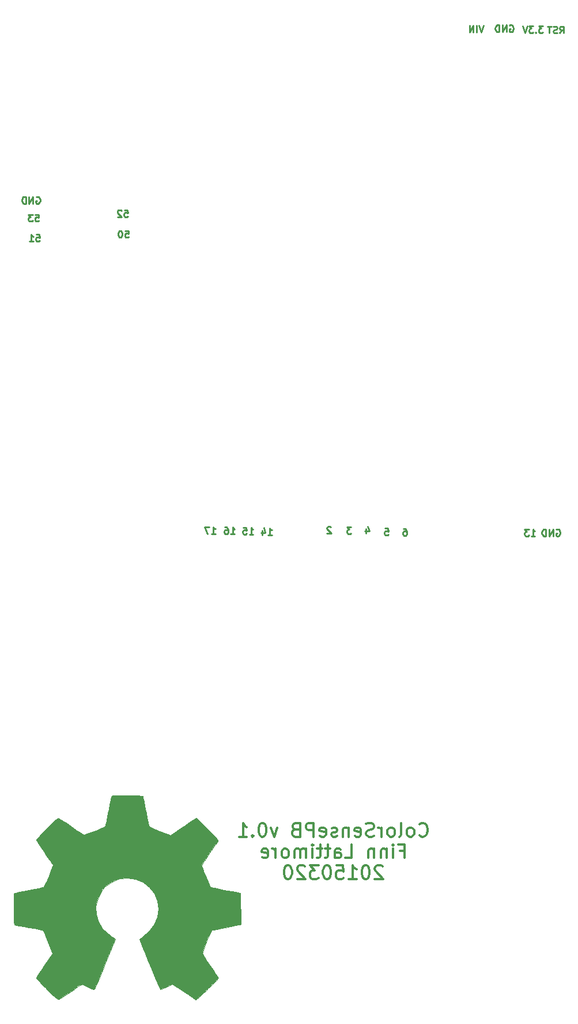
<source format=gbo>
G04 #@! TF.FileFunction,Legend,Bot*
%FSLAX46Y46*%
G04 Gerber Fmt 4.6, Leading zero omitted, Abs format (unit mm)*
G04 Created by KiCad (PCBNEW 0.201502231246+5447~21~ubuntu14.04.1-product) date Sat 28 Mar 2015 12:02:36 AEDT*
%MOMM*%
G01*
G04 APERTURE LIST*
%ADD10C,0.100000*%
%ADD11C,0.300000*%
%ADD12C,0.250000*%
%ADD13C,0.002540*%
%ADD14C,5.000000*%
%ADD15O,1.524000X1.524000*%
%ADD16C,1.524000*%
%ADD17C,1.520000*%
%ADD18C,1.998980*%
%ADD19O,1.524000X2.540000*%
%ADD20C,3.175000*%
%ADD21O,1.168400X1.168400*%
%ADD22O,1.879600X1.879600*%
%ADD23O,1.800000X1.800000*%
%ADD24C,1.000000*%
G04 APERTURE END LIST*
D10*
D11*
X180259048Y-101652686D02*
X180354286Y-101747924D01*
X180640001Y-101843162D01*
X180830477Y-101843162D01*
X181116191Y-101747924D01*
X181306667Y-101557448D01*
X181401906Y-101366971D01*
X181497144Y-100986019D01*
X181497144Y-100700305D01*
X181401906Y-100319352D01*
X181306667Y-100128876D01*
X181116191Y-99938400D01*
X180830477Y-99843162D01*
X180640001Y-99843162D01*
X180354286Y-99938400D01*
X180259048Y-100033638D01*
X179116191Y-101843162D02*
X179306667Y-101747924D01*
X179401906Y-101652686D01*
X179497144Y-101462210D01*
X179497144Y-100890781D01*
X179401906Y-100700305D01*
X179306667Y-100605067D01*
X179116191Y-100509829D01*
X178830477Y-100509829D01*
X178640001Y-100605067D01*
X178544763Y-100700305D01*
X178449525Y-100890781D01*
X178449525Y-101462210D01*
X178544763Y-101652686D01*
X178640001Y-101747924D01*
X178830477Y-101843162D01*
X179116191Y-101843162D01*
X177306667Y-101843162D02*
X177497143Y-101747924D01*
X177592382Y-101557448D01*
X177592382Y-99843162D01*
X176259048Y-101843162D02*
X176449524Y-101747924D01*
X176544763Y-101652686D01*
X176640001Y-101462210D01*
X176640001Y-100890781D01*
X176544763Y-100700305D01*
X176449524Y-100605067D01*
X176259048Y-100509829D01*
X175973334Y-100509829D01*
X175782858Y-100605067D01*
X175687620Y-100700305D01*
X175592382Y-100890781D01*
X175592382Y-101462210D01*
X175687620Y-101652686D01*
X175782858Y-101747924D01*
X175973334Y-101843162D01*
X176259048Y-101843162D01*
X174735239Y-101843162D02*
X174735239Y-100509829D01*
X174735239Y-100890781D02*
X174640000Y-100700305D01*
X174544762Y-100605067D01*
X174354286Y-100509829D01*
X174163810Y-100509829D01*
X173592382Y-101747924D02*
X173306667Y-101843162D01*
X172830477Y-101843162D01*
X172640001Y-101747924D01*
X172544763Y-101652686D01*
X172449524Y-101462210D01*
X172449524Y-101271733D01*
X172544763Y-101081257D01*
X172640001Y-100986019D01*
X172830477Y-100890781D01*
X173211429Y-100795543D01*
X173401905Y-100700305D01*
X173497144Y-100605067D01*
X173592382Y-100414590D01*
X173592382Y-100224114D01*
X173497144Y-100033638D01*
X173401905Y-99938400D01*
X173211429Y-99843162D01*
X172735239Y-99843162D01*
X172449524Y-99938400D01*
X170830477Y-101747924D02*
X171020953Y-101843162D01*
X171401905Y-101843162D01*
X171592382Y-101747924D01*
X171687620Y-101557448D01*
X171687620Y-100795543D01*
X171592382Y-100605067D01*
X171401905Y-100509829D01*
X171020953Y-100509829D01*
X170830477Y-100605067D01*
X170735239Y-100795543D01*
X170735239Y-100986019D01*
X171687620Y-101176495D01*
X169878096Y-100509829D02*
X169878096Y-101843162D01*
X169878096Y-100700305D02*
X169782857Y-100605067D01*
X169592381Y-100509829D01*
X169306667Y-100509829D01*
X169116191Y-100605067D01*
X169020953Y-100795543D01*
X169020953Y-101843162D01*
X168163810Y-101747924D02*
X167973333Y-101843162D01*
X167592381Y-101843162D01*
X167401905Y-101747924D01*
X167306667Y-101557448D01*
X167306667Y-101462210D01*
X167401905Y-101271733D01*
X167592381Y-101176495D01*
X167878095Y-101176495D01*
X168068572Y-101081257D01*
X168163810Y-100890781D01*
X168163810Y-100795543D01*
X168068572Y-100605067D01*
X167878095Y-100509829D01*
X167592381Y-100509829D01*
X167401905Y-100605067D01*
X165687619Y-101747924D02*
X165878095Y-101843162D01*
X166259047Y-101843162D01*
X166449524Y-101747924D01*
X166544762Y-101557448D01*
X166544762Y-100795543D01*
X166449524Y-100605067D01*
X166259047Y-100509829D01*
X165878095Y-100509829D01*
X165687619Y-100605067D01*
X165592381Y-100795543D01*
X165592381Y-100986019D01*
X166544762Y-101176495D01*
X164735238Y-101843162D02*
X164735238Y-99843162D01*
X163973333Y-99843162D01*
X163782857Y-99938400D01*
X163687618Y-100033638D01*
X163592380Y-100224114D01*
X163592380Y-100509829D01*
X163687618Y-100700305D01*
X163782857Y-100795543D01*
X163973333Y-100890781D01*
X164735238Y-100890781D01*
X162068571Y-100795543D02*
X161782857Y-100890781D01*
X161687618Y-100986019D01*
X161592380Y-101176495D01*
X161592380Y-101462210D01*
X161687618Y-101652686D01*
X161782857Y-101747924D01*
X161973333Y-101843162D01*
X162735238Y-101843162D01*
X162735238Y-99843162D01*
X162068571Y-99843162D01*
X161878095Y-99938400D01*
X161782857Y-100033638D01*
X161687618Y-100224114D01*
X161687618Y-100414590D01*
X161782857Y-100605067D01*
X161878095Y-100700305D01*
X162068571Y-100795543D01*
X162735238Y-100795543D01*
X159401904Y-100509829D02*
X158925713Y-101843162D01*
X158449523Y-100509829D01*
X157306665Y-99843162D02*
X157116189Y-99843162D01*
X156925713Y-99938400D01*
X156830475Y-100033638D01*
X156735237Y-100224114D01*
X156639998Y-100605067D01*
X156639998Y-101081257D01*
X156735237Y-101462210D01*
X156830475Y-101652686D01*
X156925713Y-101747924D01*
X157116189Y-101843162D01*
X157306665Y-101843162D01*
X157497141Y-101747924D01*
X157592379Y-101652686D01*
X157687618Y-101462210D01*
X157782856Y-101081257D01*
X157782856Y-100605067D01*
X157687618Y-100224114D01*
X157592379Y-100033638D01*
X157497141Y-99938400D01*
X157306665Y-99843162D01*
X155782856Y-101652686D02*
X155687617Y-101747924D01*
X155782856Y-101843162D01*
X155878094Y-101747924D01*
X155782856Y-101652686D01*
X155782856Y-101843162D01*
X153782855Y-101843162D02*
X154925713Y-101843162D01*
X154354284Y-101843162D02*
X154354284Y-99843162D01*
X154544760Y-100128876D01*
X154735236Y-100319352D01*
X154925713Y-100414590D01*
X177449525Y-103895543D02*
X178116192Y-103895543D01*
X178116192Y-104943162D02*
X178116192Y-102943162D01*
X177163811Y-102943162D01*
X176401906Y-104943162D02*
X176401906Y-103609829D01*
X176401906Y-102943162D02*
X176497144Y-103038400D01*
X176401906Y-103133638D01*
X176306667Y-103038400D01*
X176401906Y-102943162D01*
X176401906Y-103133638D01*
X175449525Y-103609829D02*
X175449525Y-104943162D01*
X175449525Y-103800305D02*
X175354286Y-103705067D01*
X175163810Y-103609829D01*
X174878096Y-103609829D01*
X174687620Y-103705067D01*
X174592382Y-103895543D01*
X174592382Y-104943162D01*
X173640001Y-103609829D02*
X173640001Y-104943162D01*
X173640001Y-103800305D02*
X173544762Y-103705067D01*
X173354286Y-103609829D01*
X173068572Y-103609829D01*
X172878096Y-103705067D01*
X172782858Y-103895543D01*
X172782858Y-104943162D01*
X169354286Y-104943162D02*
X170306667Y-104943162D01*
X170306667Y-102943162D01*
X167830476Y-104943162D02*
X167830476Y-103895543D01*
X167925714Y-103705067D01*
X168116190Y-103609829D01*
X168497142Y-103609829D01*
X168687619Y-103705067D01*
X167830476Y-104847924D02*
X168020952Y-104943162D01*
X168497142Y-104943162D01*
X168687619Y-104847924D01*
X168782857Y-104657448D01*
X168782857Y-104466971D01*
X168687619Y-104276495D01*
X168497142Y-104181257D01*
X168020952Y-104181257D01*
X167830476Y-104086019D01*
X167163809Y-103609829D02*
X166401904Y-103609829D01*
X166878095Y-102943162D02*
X166878095Y-104657448D01*
X166782856Y-104847924D01*
X166592380Y-104943162D01*
X166401904Y-104943162D01*
X166020952Y-103609829D02*
X165259047Y-103609829D01*
X165735238Y-102943162D02*
X165735238Y-104657448D01*
X165639999Y-104847924D01*
X165449523Y-104943162D01*
X165259047Y-104943162D01*
X164592381Y-104943162D02*
X164592381Y-103609829D01*
X164592381Y-102943162D02*
X164687619Y-103038400D01*
X164592381Y-103133638D01*
X164497142Y-103038400D01*
X164592381Y-102943162D01*
X164592381Y-103133638D01*
X163640000Y-104943162D02*
X163640000Y-103609829D01*
X163640000Y-103800305D02*
X163544761Y-103705067D01*
X163354285Y-103609829D01*
X163068571Y-103609829D01*
X162878095Y-103705067D01*
X162782857Y-103895543D01*
X162782857Y-104943162D01*
X162782857Y-103895543D02*
X162687619Y-103705067D01*
X162497142Y-103609829D01*
X162211428Y-103609829D01*
X162020952Y-103705067D01*
X161925714Y-103895543D01*
X161925714Y-104943162D01*
X160687618Y-104943162D02*
X160878094Y-104847924D01*
X160973333Y-104752686D01*
X161068571Y-104562210D01*
X161068571Y-103990781D01*
X160973333Y-103800305D01*
X160878094Y-103705067D01*
X160687618Y-103609829D01*
X160401904Y-103609829D01*
X160211428Y-103705067D01*
X160116190Y-103800305D01*
X160020952Y-103990781D01*
X160020952Y-104562210D01*
X160116190Y-104752686D01*
X160211428Y-104847924D01*
X160401904Y-104943162D01*
X160687618Y-104943162D01*
X159163809Y-104943162D02*
X159163809Y-103609829D01*
X159163809Y-103990781D02*
X159068570Y-103800305D01*
X158973332Y-103705067D01*
X158782856Y-103609829D01*
X158592380Y-103609829D01*
X157163809Y-104847924D02*
X157354285Y-104943162D01*
X157735237Y-104943162D01*
X157925714Y-104847924D01*
X158020952Y-104657448D01*
X158020952Y-103895543D01*
X157925714Y-103705067D01*
X157735237Y-103609829D01*
X157354285Y-103609829D01*
X157163809Y-103705067D01*
X157068571Y-103895543D01*
X157068571Y-104086019D01*
X158020952Y-104276495D01*
X174878096Y-106233638D02*
X174782858Y-106138400D01*
X174592381Y-106043162D01*
X174116191Y-106043162D01*
X173925715Y-106138400D01*
X173830477Y-106233638D01*
X173735238Y-106424114D01*
X173735238Y-106614590D01*
X173830477Y-106900305D01*
X174973334Y-108043162D01*
X173735238Y-108043162D01*
X172497143Y-106043162D02*
X172306667Y-106043162D01*
X172116191Y-106138400D01*
X172020953Y-106233638D01*
X171925715Y-106424114D01*
X171830476Y-106805067D01*
X171830476Y-107281257D01*
X171925715Y-107662210D01*
X172020953Y-107852686D01*
X172116191Y-107947924D01*
X172306667Y-108043162D01*
X172497143Y-108043162D01*
X172687619Y-107947924D01*
X172782857Y-107852686D01*
X172878096Y-107662210D01*
X172973334Y-107281257D01*
X172973334Y-106805067D01*
X172878096Y-106424114D01*
X172782857Y-106233638D01*
X172687619Y-106138400D01*
X172497143Y-106043162D01*
X169925714Y-108043162D02*
X171068572Y-108043162D01*
X170497143Y-108043162D02*
X170497143Y-106043162D01*
X170687619Y-106328876D01*
X170878095Y-106519352D01*
X171068572Y-106614590D01*
X168116191Y-106043162D02*
X169068572Y-106043162D01*
X169163810Y-106995543D01*
X169068572Y-106900305D01*
X168878095Y-106805067D01*
X168401905Y-106805067D01*
X168211429Y-106900305D01*
X168116191Y-106995543D01*
X168020952Y-107186019D01*
X168020952Y-107662210D01*
X168116191Y-107852686D01*
X168211429Y-107947924D01*
X168401905Y-108043162D01*
X168878095Y-108043162D01*
X169068572Y-107947924D01*
X169163810Y-107852686D01*
X166782857Y-106043162D02*
X166592381Y-106043162D01*
X166401905Y-106138400D01*
X166306667Y-106233638D01*
X166211429Y-106424114D01*
X166116190Y-106805067D01*
X166116190Y-107281257D01*
X166211429Y-107662210D01*
X166306667Y-107852686D01*
X166401905Y-107947924D01*
X166592381Y-108043162D01*
X166782857Y-108043162D01*
X166973333Y-107947924D01*
X167068571Y-107852686D01*
X167163810Y-107662210D01*
X167259048Y-107281257D01*
X167259048Y-106805067D01*
X167163810Y-106424114D01*
X167068571Y-106233638D01*
X166973333Y-106138400D01*
X166782857Y-106043162D01*
X165449524Y-106043162D02*
X164211428Y-106043162D01*
X164878095Y-106805067D01*
X164592381Y-106805067D01*
X164401905Y-106900305D01*
X164306667Y-106995543D01*
X164211428Y-107186019D01*
X164211428Y-107662210D01*
X164306667Y-107852686D01*
X164401905Y-107947924D01*
X164592381Y-108043162D01*
X165163809Y-108043162D01*
X165354286Y-107947924D01*
X165449524Y-107852686D01*
X163449524Y-106233638D02*
X163354286Y-106138400D01*
X163163809Y-106043162D01*
X162687619Y-106043162D01*
X162497143Y-106138400D01*
X162401905Y-106233638D01*
X162306666Y-106424114D01*
X162306666Y-106614590D01*
X162401905Y-106900305D01*
X163544762Y-108043162D01*
X162306666Y-108043162D01*
X161068571Y-106043162D02*
X160878095Y-106043162D01*
X160687619Y-106138400D01*
X160592381Y-106233638D01*
X160497143Y-106424114D01*
X160401904Y-106805067D01*
X160401904Y-107281257D01*
X160497143Y-107662210D01*
X160592381Y-107852686D01*
X160687619Y-107947924D01*
X160878095Y-108043162D01*
X161068571Y-108043162D01*
X161259047Y-107947924D01*
X161354285Y-107852686D01*
X161449524Y-107662210D01*
X161544762Y-107281257D01*
X161544762Y-106805067D01*
X161449524Y-106424114D01*
X161354285Y-106233638D01*
X161259047Y-106138400D01*
X161068571Y-106043162D01*
D12*
X123977304Y-8009000D02*
X124072542Y-7961381D01*
X124215399Y-7961381D01*
X124358257Y-8009000D01*
X124453495Y-8104238D01*
X124501114Y-8199476D01*
X124548733Y-8389952D01*
X124548733Y-8532810D01*
X124501114Y-8723286D01*
X124453495Y-8818524D01*
X124358257Y-8913762D01*
X124215399Y-8961381D01*
X124120161Y-8961381D01*
X123977304Y-8913762D01*
X123929685Y-8866143D01*
X123929685Y-8532810D01*
X124120161Y-8532810D01*
X123501114Y-8961381D02*
X123501114Y-7961381D01*
X122929685Y-8961381D01*
X122929685Y-7961381D01*
X122453495Y-8961381D02*
X122453495Y-7961381D01*
X122215400Y-7961381D01*
X122072542Y-8009000D01*
X121977304Y-8104238D01*
X121929685Y-8199476D01*
X121882066Y-8389952D01*
X121882066Y-8532810D01*
X121929685Y-8723286D01*
X121977304Y-8818524D01*
X122072542Y-8913762D01*
X122215400Y-8961381D01*
X122453495Y-8961381D01*
X123834495Y-10577581D02*
X124310686Y-10577581D01*
X124358305Y-11053771D01*
X124310686Y-11006152D01*
X124215448Y-10958533D01*
X123977352Y-10958533D01*
X123882114Y-11006152D01*
X123834495Y-11053771D01*
X123786876Y-11149010D01*
X123786876Y-11387105D01*
X123834495Y-11482343D01*
X123882114Y-11529962D01*
X123977352Y-11577581D01*
X124215448Y-11577581D01*
X124310686Y-11529962D01*
X124358305Y-11482343D01*
X123453543Y-10577581D02*
X122834495Y-10577581D01*
X123167829Y-10958533D01*
X123024971Y-10958533D01*
X122929733Y-11006152D01*
X122882114Y-11053771D01*
X122834495Y-11149010D01*
X122834495Y-11387105D01*
X122882114Y-11482343D01*
X122929733Y-11529962D01*
X123024971Y-11577581D01*
X123310686Y-11577581D01*
X123405924Y-11529962D01*
X123453543Y-11482343D01*
X123961495Y-13498581D02*
X124437686Y-13498581D01*
X124485305Y-13974771D01*
X124437686Y-13927152D01*
X124342448Y-13879533D01*
X124104352Y-13879533D01*
X124009114Y-13927152D01*
X123961495Y-13974771D01*
X123913876Y-14070010D01*
X123913876Y-14308105D01*
X123961495Y-14403343D01*
X124009114Y-14450962D01*
X124104352Y-14498581D01*
X124342448Y-14498581D01*
X124437686Y-14450962D01*
X124485305Y-14403343D01*
X122961495Y-14498581D02*
X123532924Y-14498581D01*
X123247210Y-14498581D02*
X123247210Y-13498581D01*
X123342448Y-13641438D01*
X123437686Y-13736676D01*
X123532924Y-13784295D01*
X136915495Y-9917181D02*
X137391686Y-9917181D01*
X137439305Y-10393371D01*
X137391686Y-10345752D01*
X137296448Y-10298133D01*
X137058352Y-10298133D01*
X136963114Y-10345752D01*
X136915495Y-10393371D01*
X136867876Y-10488610D01*
X136867876Y-10726705D01*
X136915495Y-10821943D01*
X136963114Y-10869562D01*
X137058352Y-10917181D01*
X137296448Y-10917181D01*
X137391686Y-10869562D01*
X137439305Y-10821943D01*
X136486924Y-10012419D02*
X136439305Y-9964800D01*
X136344067Y-9917181D01*
X136105971Y-9917181D01*
X136010733Y-9964800D01*
X135963114Y-10012419D01*
X135915495Y-10107657D01*
X135915495Y-10202895D01*
X135963114Y-10345752D01*
X136534543Y-10917181D01*
X135915495Y-10917181D01*
X137042495Y-12939781D02*
X137518686Y-12939781D01*
X137566305Y-13415971D01*
X137518686Y-13368352D01*
X137423448Y-13320733D01*
X137185352Y-13320733D01*
X137090114Y-13368352D01*
X137042495Y-13415971D01*
X136994876Y-13511210D01*
X136994876Y-13749305D01*
X137042495Y-13844543D01*
X137090114Y-13892162D01*
X137185352Y-13939781D01*
X137423448Y-13939781D01*
X137518686Y-13892162D01*
X137566305Y-13844543D01*
X136375829Y-12939781D02*
X136280590Y-12939781D01*
X136185352Y-12987400D01*
X136137733Y-13035019D01*
X136090114Y-13130257D01*
X136042495Y-13320733D01*
X136042495Y-13558829D01*
X136090114Y-13749305D01*
X136137733Y-13844543D01*
X136185352Y-13892162D01*
X136280590Y-13939781D01*
X136375829Y-13939781D01*
X136471067Y-13892162D01*
X136518686Y-13844543D01*
X136566305Y-13749305D01*
X136613924Y-13558829D01*
X136613924Y-13320733D01*
X136566305Y-13130257D01*
X136518686Y-13035019D01*
X136471067Y-12987400D01*
X136375829Y-12939781D01*
X200902819Y16032219D02*
X201236153Y16508410D01*
X201474248Y16032219D02*
X201474248Y17032219D01*
X201093295Y17032219D01*
X200998057Y16984600D01*
X200950438Y16936981D01*
X200902819Y16841743D01*
X200902819Y16698886D01*
X200950438Y16603648D01*
X200998057Y16556029D01*
X201093295Y16508410D01*
X201474248Y16508410D01*
X200521867Y16079838D02*
X200379010Y16032219D01*
X200140914Y16032219D01*
X200045676Y16079838D01*
X199998057Y16127457D01*
X199950438Y16222695D01*
X199950438Y16317933D01*
X199998057Y16413171D01*
X200045676Y16460790D01*
X200140914Y16508410D01*
X200331391Y16556029D01*
X200426629Y16603648D01*
X200474248Y16651267D01*
X200521867Y16746505D01*
X200521867Y16841743D01*
X200474248Y16936981D01*
X200426629Y16984600D01*
X200331391Y17032219D01*
X200093295Y17032219D01*
X199950438Y16984600D01*
X199664724Y17032219D02*
X199093295Y17032219D01*
X199379010Y16032219D02*
X199379010Y17032219D01*
X198427790Y17083019D02*
X197808742Y17083019D01*
X198142076Y16702067D01*
X197999218Y16702067D01*
X197903980Y16654448D01*
X197856361Y16606829D01*
X197808742Y16511590D01*
X197808742Y16273495D01*
X197856361Y16178257D01*
X197903980Y16130638D01*
X197999218Y16083019D01*
X198284933Y16083019D01*
X198380171Y16130638D01*
X198427790Y16178257D01*
X197380171Y16178257D02*
X197332552Y16130638D01*
X197380171Y16083019D01*
X197427790Y16130638D01*
X197380171Y16178257D01*
X197380171Y16083019D01*
X196999219Y17083019D02*
X196380171Y17083019D01*
X196713505Y16702067D01*
X196570647Y16702067D01*
X196475409Y16654448D01*
X196427790Y16606829D01*
X196380171Y16511590D01*
X196380171Y16273495D01*
X196427790Y16178257D01*
X196475409Y16130638D01*
X196570647Y16083019D01*
X196856362Y16083019D01*
X196951600Y16130638D01*
X196999219Y16178257D01*
X196094457Y17083019D02*
X195761124Y16083019D01*
X195427790Y17083019D01*
X193522504Y17162400D02*
X193617742Y17210019D01*
X193760599Y17210019D01*
X193903457Y17162400D01*
X193998695Y17067162D01*
X194046314Y16971924D01*
X194093933Y16781448D01*
X194093933Y16638590D01*
X194046314Y16448114D01*
X193998695Y16352876D01*
X193903457Y16257638D01*
X193760599Y16210019D01*
X193665361Y16210019D01*
X193522504Y16257638D01*
X193474885Y16305257D01*
X193474885Y16638590D01*
X193665361Y16638590D01*
X193046314Y16210019D02*
X193046314Y17210019D01*
X192474885Y16210019D01*
X192474885Y17210019D01*
X191998695Y16210019D02*
X191998695Y17210019D01*
X191760600Y17210019D01*
X191617742Y17162400D01*
X191522504Y17067162D01*
X191474885Y16971924D01*
X191427266Y16781448D01*
X191427266Y16638590D01*
X191474885Y16448114D01*
X191522504Y16352876D01*
X191617742Y16257638D01*
X191760600Y16210019D01*
X191998695Y16210019D01*
X189690238Y17133819D02*
X189356905Y16133819D01*
X189023571Y17133819D01*
X188690238Y16133819D02*
X188690238Y17133819D01*
X188214048Y16133819D02*
X188214048Y17133819D01*
X187642619Y16133819D01*
X187642619Y17133819D01*
X200380504Y-56777000D02*
X200475742Y-56729381D01*
X200618599Y-56729381D01*
X200761457Y-56777000D01*
X200856695Y-56872238D01*
X200904314Y-56967476D01*
X200951933Y-57157952D01*
X200951933Y-57300810D01*
X200904314Y-57491286D01*
X200856695Y-57586524D01*
X200761457Y-57681762D01*
X200618599Y-57729381D01*
X200523361Y-57729381D01*
X200380504Y-57681762D01*
X200332885Y-57634143D01*
X200332885Y-57300810D01*
X200523361Y-57300810D01*
X199904314Y-57729381D02*
X199904314Y-56729381D01*
X199332885Y-57729381D01*
X199332885Y-56729381D01*
X198856695Y-57729381D02*
X198856695Y-56729381D01*
X198618600Y-56729381D01*
X198475742Y-56777000D01*
X198380504Y-56872238D01*
X198332885Y-56967476D01*
X198285266Y-57157952D01*
X198285266Y-57300810D01*
X198332885Y-57491286D01*
X198380504Y-57586524D01*
X198475742Y-57681762D01*
X198618600Y-57729381D01*
X198856695Y-57729381D01*
X196684876Y-57729381D02*
X197256305Y-57729381D01*
X196970591Y-57729381D02*
X196970591Y-56729381D01*
X197065829Y-56872238D01*
X197161067Y-56967476D01*
X197256305Y-57015095D01*
X196351543Y-56729381D02*
X195732495Y-56729381D01*
X196065829Y-57110333D01*
X195922971Y-57110333D01*
X195827733Y-57157952D01*
X195780114Y-57205571D01*
X195732495Y-57300810D01*
X195732495Y-57538905D01*
X195780114Y-57634143D01*
X195827733Y-57681762D01*
X195922971Y-57729381D01*
X196208686Y-57729381D01*
X196303924Y-57681762D01*
X196351543Y-57634143D01*
X177939723Y-56653181D02*
X178130200Y-56653181D01*
X178225438Y-56700800D01*
X178273057Y-56748419D01*
X178368295Y-56891276D01*
X178415914Y-57081752D01*
X178415914Y-57462705D01*
X178368295Y-57557943D01*
X178320676Y-57605562D01*
X178225438Y-57653181D01*
X178034961Y-57653181D01*
X177939723Y-57605562D01*
X177892104Y-57557943D01*
X177844485Y-57462705D01*
X177844485Y-57224610D01*
X177892104Y-57129371D01*
X177939723Y-57081752D01*
X178034961Y-57034133D01*
X178225438Y-57034133D01*
X178320676Y-57081752D01*
X178368295Y-57129371D01*
X178415914Y-57224610D01*
X175199704Y-56602381D02*
X175675895Y-56602381D01*
X175723514Y-57078571D01*
X175675895Y-57030952D01*
X175580657Y-56983333D01*
X175342561Y-56983333D01*
X175247323Y-57030952D01*
X175199704Y-57078571D01*
X175152085Y-57173810D01*
X175152085Y-57411905D01*
X175199704Y-57507143D01*
X175247323Y-57554762D01*
X175342561Y-57602381D01*
X175580657Y-57602381D01*
X175675895Y-57554762D01*
X175723514Y-57507143D01*
X172427923Y-56681714D02*
X172427923Y-57348381D01*
X172666019Y-56300762D02*
X172904114Y-57015048D01*
X172285066Y-57015048D01*
X170259333Y-56399181D02*
X169640285Y-56399181D01*
X169973619Y-56780133D01*
X169830761Y-56780133D01*
X169735523Y-56827752D01*
X169687904Y-56875371D01*
X169640285Y-56970610D01*
X169640285Y-57208705D01*
X169687904Y-57303943D01*
X169735523Y-57351562D01*
X169830761Y-57399181D01*
X170116476Y-57399181D01*
X170211714Y-57351562D01*
X170259333Y-57303943D01*
X167265314Y-56443619D02*
X167217695Y-56396000D01*
X167122457Y-56348381D01*
X166884361Y-56348381D01*
X166789123Y-56396000D01*
X166741504Y-56443619D01*
X166693885Y-56538857D01*
X166693885Y-56634095D01*
X166741504Y-56776952D01*
X167312933Y-57348381D01*
X166693885Y-57348381D01*
X158026076Y-57576981D02*
X158597505Y-57576981D01*
X158311791Y-57576981D02*
X158311791Y-56576981D01*
X158407029Y-56719838D01*
X158502267Y-56815076D01*
X158597505Y-56862695D01*
X157168933Y-56910314D02*
X157168933Y-57576981D01*
X157407029Y-56529362D02*
X157645124Y-57243648D01*
X157026076Y-57243648D01*
X152565076Y-57424581D02*
X153136505Y-57424581D01*
X152850791Y-57424581D02*
X152850791Y-56424581D01*
X152946029Y-56567438D01*
X153041267Y-56662676D01*
X153136505Y-56710295D01*
X151707933Y-56424581D02*
X151898410Y-56424581D01*
X151993648Y-56472200D01*
X152041267Y-56519819D01*
X152136505Y-56662676D01*
X152184124Y-56853152D01*
X152184124Y-57234105D01*
X152136505Y-57329343D01*
X152088886Y-57376962D01*
X151993648Y-57424581D01*
X151803171Y-57424581D01*
X151707933Y-57376962D01*
X151660314Y-57329343D01*
X151612695Y-57234105D01*
X151612695Y-56996010D01*
X151660314Y-56900771D01*
X151707933Y-56853152D01*
X151803171Y-56805533D01*
X151993648Y-56805533D01*
X152088886Y-56853152D01*
X152136505Y-56900771D01*
X152184124Y-56996010D01*
X155282876Y-57475381D02*
X155854305Y-57475381D01*
X155568591Y-57475381D02*
X155568591Y-56475381D01*
X155663829Y-56618238D01*
X155759067Y-56713476D01*
X155854305Y-56761095D01*
X154378114Y-56475381D02*
X154854305Y-56475381D01*
X154901924Y-56951571D01*
X154854305Y-56903952D01*
X154759067Y-56856333D01*
X154520971Y-56856333D01*
X154425733Y-56903952D01*
X154378114Y-56951571D01*
X154330495Y-57046810D01*
X154330495Y-57284905D01*
X154378114Y-57380143D01*
X154425733Y-57427762D01*
X154520971Y-57475381D01*
X154759067Y-57475381D01*
X154854305Y-57427762D01*
X154901924Y-57380143D01*
X149720276Y-57399181D02*
X150291705Y-57399181D01*
X150005991Y-57399181D02*
X150005991Y-56399181D01*
X150101229Y-56542038D01*
X150196467Y-56637276D01*
X150291705Y-56684895D01*
X149386943Y-56399181D02*
X148720276Y-56399181D01*
X149148848Y-57399181D01*
D13*
G36*
X147477480Y-125730000D02*
X147302220Y-125638560D01*
X146911060Y-125392180D01*
X146354800Y-125028960D01*
X145696940Y-124587000D01*
X145036540Y-124139960D01*
X144492980Y-123776740D01*
X144111980Y-123532900D01*
X143954500Y-123444000D01*
X143868140Y-123474480D01*
X143553180Y-123626880D01*
X143098520Y-123863100D01*
X142834360Y-124000260D01*
X142415260Y-124180600D01*
X142209520Y-124218700D01*
X142173960Y-124160280D01*
X142021560Y-123840240D01*
X141780260Y-123294140D01*
X141465300Y-122570240D01*
X141104620Y-121724420D01*
X140718540Y-120810020D01*
X140329920Y-119880380D01*
X139961620Y-118991380D01*
X139636500Y-118193820D01*
X139374880Y-117543580D01*
X139202160Y-117094000D01*
X139138660Y-116898420D01*
X139158980Y-116857780D01*
X139367260Y-116654580D01*
X139733020Y-116380260D01*
X140520420Y-115740180D01*
X141300200Y-114767360D01*
X141775180Y-113662460D01*
X141932660Y-112435640D01*
X141798040Y-111297720D01*
X141351000Y-110195360D01*
X140589000Y-109212380D01*
X139664440Y-108480860D01*
X138582400Y-108018580D01*
X137368280Y-107868720D01*
X136197340Y-108000800D01*
X135079740Y-108440220D01*
X134096760Y-109189520D01*
X133682740Y-109669580D01*
X133108700Y-110665260D01*
X132783580Y-111739680D01*
X132748020Y-112014000D01*
X132796280Y-113182400D01*
X133141720Y-114305080D01*
X133761480Y-115310920D01*
X134620000Y-116133880D01*
X134726680Y-116210080D01*
X135125460Y-116507260D01*
X135392160Y-116713000D01*
X135600440Y-116883180D01*
X134109460Y-120474740D01*
X133870700Y-121046240D01*
X133461760Y-122026680D01*
X133101080Y-122872500D01*
X132814060Y-123545600D01*
X132615940Y-123995180D01*
X132527040Y-124175520D01*
X132516880Y-124185680D01*
X132387340Y-124208540D01*
X132110480Y-124109480D01*
X131612640Y-123865640D01*
X131279900Y-123695460D01*
X130898900Y-123512580D01*
X130726180Y-123444000D01*
X130583940Y-123522740D01*
X130215640Y-123761500D01*
X129682240Y-124117100D01*
X129039620Y-124553980D01*
X128430020Y-124968000D01*
X127866140Y-125341380D01*
X127454660Y-125603000D01*
X127259080Y-125709680D01*
X127226060Y-125709680D01*
X127048260Y-125610620D01*
X126728220Y-125341380D01*
X126238000Y-124879100D01*
X125544580Y-124195840D01*
X125440440Y-124091700D01*
X124871480Y-123512580D01*
X124409200Y-123027440D01*
X124099320Y-122682000D01*
X123987560Y-122524520D01*
X123987560Y-122521980D01*
X124089160Y-122328940D01*
X124348240Y-121920000D01*
X124721620Y-121351040D01*
X125176280Y-120683020D01*
X126365000Y-118955820D01*
X125712220Y-117325140D01*
X125511560Y-116827300D01*
X125257560Y-116220240D01*
X125067060Y-115788440D01*
X124970540Y-115600480D01*
X124792740Y-115536980D01*
X124345700Y-115430300D01*
X123700540Y-115295680D01*
X122928380Y-115150900D01*
X122194320Y-115016280D01*
X121528840Y-114891820D01*
X121048780Y-114797840D01*
X120832880Y-114754660D01*
X120782080Y-114724180D01*
X120738900Y-114620040D01*
X120710960Y-114393980D01*
X120693180Y-113990120D01*
X120685560Y-113355120D01*
X120685560Y-112435640D01*
X120685560Y-112336580D01*
X120693180Y-111457740D01*
X120708420Y-110759240D01*
X120733820Y-110294420D01*
X120764300Y-110114080D01*
X120766840Y-110111540D01*
X120972580Y-110060740D01*
X121442480Y-109961680D01*
X122105420Y-109832140D01*
X122897900Y-109682280D01*
X122946160Y-109672120D01*
X123736100Y-109519720D01*
X124396500Y-109382560D01*
X124858780Y-109275880D01*
X125054360Y-109214920D01*
X125095000Y-109159040D01*
X125255020Y-108851700D01*
X125481080Y-108361480D01*
X125742700Y-107764580D01*
X125999240Y-107144820D01*
X126222760Y-106588560D01*
X126372620Y-106172000D01*
X126418340Y-105984040D01*
X126415800Y-105978960D01*
X126296420Y-105788460D01*
X126024640Y-105382060D01*
X125641100Y-104813100D01*
X125181360Y-104142540D01*
X125145800Y-104091740D01*
X124693680Y-103423720D01*
X124325380Y-102862380D01*
X124079000Y-102458520D01*
X123987560Y-102278180D01*
X123990100Y-102265480D01*
X124139960Y-102067360D01*
X124480320Y-101688900D01*
X124965460Y-101180900D01*
X125549660Y-100591620D01*
X125735080Y-100408740D01*
X126382780Y-99776280D01*
X126834900Y-99362260D01*
X127114300Y-99141280D01*
X127248920Y-99093020D01*
X127254000Y-99095560D01*
X127454660Y-99217480D01*
X127873760Y-99491800D01*
X128447800Y-99877880D01*
X129123440Y-100337620D01*
X129171700Y-100370640D01*
X129837180Y-100822760D01*
X130393440Y-101198680D01*
X130787140Y-101460300D01*
X130959860Y-101564440D01*
X130990340Y-101564440D01*
X131262120Y-101485700D01*
X131734560Y-101318060D01*
X132318760Y-101092000D01*
X132935980Y-100845620D01*
X133494780Y-100609400D01*
X133916420Y-100416360D01*
X134114540Y-100304600D01*
X134119620Y-100294440D01*
X134190740Y-100055680D01*
X134305040Y-99557840D01*
X134447280Y-98869500D01*
X134602220Y-98054160D01*
X134627620Y-97922080D01*
X134777480Y-97127060D01*
X134904480Y-96471740D01*
X134998460Y-96017080D01*
X135044180Y-95831660D01*
X135155940Y-95803720D01*
X135547100Y-95775780D01*
X136138920Y-95760540D01*
X136855200Y-95752920D01*
X137619740Y-95758000D01*
X138356340Y-95773240D01*
X138986260Y-95796100D01*
X139435840Y-95826580D01*
X139623800Y-95864680D01*
X139631420Y-95874840D01*
X139700000Y-96121220D01*
X139809220Y-96621600D01*
X139951460Y-97312480D01*
X140106400Y-98130360D01*
X140134340Y-98275140D01*
X140284200Y-99067620D01*
X140416280Y-99717860D01*
X140512800Y-100164900D01*
X140563600Y-100340160D01*
X140634720Y-100378260D01*
X140962380Y-100520500D01*
X141493240Y-100741480D01*
X142151100Y-101008180D01*
X143680180Y-101625400D01*
X145549620Y-100342700D01*
X145722340Y-100225860D01*
X146395440Y-99768660D01*
X146949160Y-99400360D01*
X147335240Y-99151440D01*
X147492720Y-99060000D01*
X147505420Y-99067620D01*
X147693380Y-99230180D01*
X148064220Y-99578160D01*
X148569680Y-100070920D01*
X149161500Y-100657660D01*
X149595840Y-101094540D01*
X150111460Y-101620320D01*
X150439120Y-101973380D01*
X150616920Y-102199440D01*
X150680420Y-102336600D01*
X150665180Y-102428040D01*
X150543260Y-102618540D01*
X150268940Y-103030020D01*
X149882860Y-103598980D01*
X149428200Y-104261920D01*
X149054820Y-104813100D01*
X148645880Y-105443020D01*
X148381720Y-105892600D01*
X148290280Y-106111040D01*
X148313140Y-106202480D01*
X148442680Y-106568240D01*
X148666200Y-107121960D01*
X148948140Y-107782360D01*
X149598380Y-109263180D01*
X150571200Y-109451140D01*
X151157940Y-109562900D01*
X151980900Y-109720380D01*
X152770840Y-109872780D01*
X154000200Y-110111540D01*
X154043380Y-114640360D01*
X153852880Y-114721640D01*
X153672540Y-114769900D01*
X153215340Y-114871500D01*
X152565100Y-115001040D01*
X151798020Y-115145820D01*
X151142700Y-115267740D01*
X150484840Y-115392200D01*
X150012400Y-115483640D01*
X149801580Y-115529360D01*
X149748240Y-115600480D01*
X149583140Y-115920520D01*
X149352000Y-116425980D01*
X149087840Y-117035580D01*
X148823680Y-117670580D01*
X148592540Y-118252240D01*
X148429980Y-118696740D01*
X148369020Y-118927880D01*
X148460460Y-119100600D01*
X148706840Y-119489220D01*
X149072600Y-120040400D01*
X149519640Y-120695720D01*
X149966680Y-121351040D01*
X150345140Y-121909840D01*
X150609300Y-122313700D01*
X150718520Y-122496580D01*
X150665180Y-122621040D01*
X150401020Y-122938540D01*
X149908260Y-123451620D01*
X149174200Y-124178060D01*
X149054820Y-124294900D01*
X148468080Y-124856240D01*
X147975320Y-125310900D01*
X147629880Y-125618240D01*
X147477480Y-125730000D01*
X147477480Y-125730000D01*
G37*
X147477480Y-125730000D02*
X147302220Y-125638560D01*
X146911060Y-125392180D01*
X146354800Y-125028960D01*
X145696940Y-124587000D01*
X145036540Y-124139960D01*
X144492980Y-123776740D01*
X144111980Y-123532900D01*
X143954500Y-123444000D01*
X143868140Y-123474480D01*
X143553180Y-123626880D01*
X143098520Y-123863100D01*
X142834360Y-124000260D01*
X142415260Y-124180600D01*
X142209520Y-124218700D01*
X142173960Y-124160280D01*
X142021560Y-123840240D01*
X141780260Y-123294140D01*
X141465300Y-122570240D01*
X141104620Y-121724420D01*
X140718540Y-120810020D01*
X140329920Y-119880380D01*
X139961620Y-118991380D01*
X139636500Y-118193820D01*
X139374880Y-117543580D01*
X139202160Y-117094000D01*
X139138660Y-116898420D01*
X139158980Y-116857780D01*
X139367260Y-116654580D01*
X139733020Y-116380260D01*
X140520420Y-115740180D01*
X141300200Y-114767360D01*
X141775180Y-113662460D01*
X141932660Y-112435640D01*
X141798040Y-111297720D01*
X141351000Y-110195360D01*
X140589000Y-109212380D01*
X139664440Y-108480860D01*
X138582400Y-108018580D01*
X137368280Y-107868720D01*
X136197340Y-108000800D01*
X135079740Y-108440220D01*
X134096760Y-109189520D01*
X133682740Y-109669580D01*
X133108700Y-110665260D01*
X132783580Y-111739680D01*
X132748020Y-112014000D01*
X132796280Y-113182400D01*
X133141720Y-114305080D01*
X133761480Y-115310920D01*
X134620000Y-116133880D01*
X134726680Y-116210080D01*
X135125460Y-116507260D01*
X135392160Y-116713000D01*
X135600440Y-116883180D01*
X134109460Y-120474740D01*
X133870700Y-121046240D01*
X133461760Y-122026680D01*
X133101080Y-122872500D01*
X132814060Y-123545600D01*
X132615940Y-123995180D01*
X132527040Y-124175520D01*
X132516880Y-124185680D01*
X132387340Y-124208540D01*
X132110480Y-124109480D01*
X131612640Y-123865640D01*
X131279900Y-123695460D01*
X130898900Y-123512580D01*
X130726180Y-123444000D01*
X130583940Y-123522740D01*
X130215640Y-123761500D01*
X129682240Y-124117100D01*
X129039620Y-124553980D01*
X128430020Y-124968000D01*
X127866140Y-125341380D01*
X127454660Y-125603000D01*
X127259080Y-125709680D01*
X127226060Y-125709680D01*
X127048260Y-125610620D01*
X126728220Y-125341380D01*
X126238000Y-124879100D01*
X125544580Y-124195840D01*
X125440440Y-124091700D01*
X124871480Y-123512580D01*
X124409200Y-123027440D01*
X124099320Y-122682000D01*
X123987560Y-122524520D01*
X123987560Y-122521980D01*
X124089160Y-122328940D01*
X124348240Y-121920000D01*
X124721620Y-121351040D01*
X125176280Y-120683020D01*
X126365000Y-118955820D01*
X125712220Y-117325140D01*
X125511560Y-116827300D01*
X125257560Y-116220240D01*
X125067060Y-115788440D01*
X124970540Y-115600480D01*
X124792740Y-115536980D01*
X124345700Y-115430300D01*
X123700540Y-115295680D01*
X122928380Y-115150900D01*
X122194320Y-115016280D01*
X121528840Y-114891820D01*
X121048780Y-114797840D01*
X120832880Y-114754660D01*
X120782080Y-114724180D01*
X120738900Y-114620040D01*
X120710960Y-114393980D01*
X120693180Y-113990120D01*
X120685560Y-113355120D01*
X120685560Y-112435640D01*
X120685560Y-112336580D01*
X120693180Y-111457740D01*
X120708420Y-110759240D01*
X120733820Y-110294420D01*
X120764300Y-110114080D01*
X120766840Y-110111540D01*
X120972580Y-110060740D01*
X121442480Y-109961680D01*
X122105420Y-109832140D01*
X122897900Y-109682280D01*
X122946160Y-109672120D01*
X123736100Y-109519720D01*
X124396500Y-109382560D01*
X124858780Y-109275880D01*
X125054360Y-109214920D01*
X125095000Y-109159040D01*
X125255020Y-108851700D01*
X125481080Y-108361480D01*
X125742700Y-107764580D01*
X125999240Y-107144820D01*
X126222760Y-106588560D01*
X126372620Y-106172000D01*
X126418340Y-105984040D01*
X126415800Y-105978960D01*
X126296420Y-105788460D01*
X126024640Y-105382060D01*
X125641100Y-104813100D01*
X125181360Y-104142540D01*
X125145800Y-104091740D01*
X124693680Y-103423720D01*
X124325380Y-102862380D01*
X124079000Y-102458520D01*
X123987560Y-102278180D01*
X123990100Y-102265480D01*
X124139960Y-102067360D01*
X124480320Y-101688900D01*
X124965460Y-101180900D01*
X125549660Y-100591620D01*
X125735080Y-100408740D01*
X126382780Y-99776280D01*
X126834900Y-99362260D01*
X127114300Y-99141280D01*
X127248920Y-99093020D01*
X127254000Y-99095560D01*
X127454660Y-99217480D01*
X127873760Y-99491800D01*
X128447800Y-99877880D01*
X129123440Y-100337620D01*
X129171700Y-100370640D01*
X129837180Y-100822760D01*
X130393440Y-101198680D01*
X130787140Y-101460300D01*
X130959860Y-101564440D01*
X130990340Y-101564440D01*
X131262120Y-101485700D01*
X131734560Y-101318060D01*
X132318760Y-101092000D01*
X132935980Y-100845620D01*
X133494780Y-100609400D01*
X133916420Y-100416360D01*
X134114540Y-100304600D01*
X134119620Y-100294440D01*
X134190740Y-100055680D01*
X134305040Y-99557840D01*
X134447280Y-98869500D01*
X134602220Y-98054160D01*
X134627620Y-97922080D01*
X134777480Y-97127060D01*
X134904480Y-96471740D01*
X134998460Y-96017080D01*
X135044180Y-95831660D01*
X135155940Y-95803720D01*
X135547100Y-95775780D01*
X136138920Y-95760540D01*
X136855200Y-95752920D01*
X137619740Y-95758000D01*
X138356340Y-95773240D01*
X138986260Y-95796100D01*
X139435840Y-95826580D01*
X139623800Y-95864680D01*
X139631420Y-95874840D01*
X139700000Y-96121220D01*
X139809220Y-96621600D01*
X139951460Y-97312480D01*
X140106400Y-98130360D01*
X140134340Y-98275140D01*
X140284200Y-99067620D01*
X140416280Y-99717860D01*
X140512800Y-100164900D01*
X140563600Y-100340160D01*
X140634720Y-100378260D01*
X140962380Y-100520500D01*
X141493240Y-100741480D01*
X142151100Y-101008180D01*
X143680180Y-101625400D01*
X145549620Y-100342700D01*
X145722340Y-100225860D01*
X146395440Y-99768660D01*
X146949160Y-99400360D01*
X147335240Y-99151440D01*
X147492720Y-99060000D01*
X147505420Y-99067620D01*
X147693380Y-99230180D01*
X148064220Y-99578160D01*
X148569680Y-100070920D01*
X149161500Y-100657660D01*
X149595840Y-101094540D01*
X150111460Y-101620320D01*
X150439120Y-101973380D01*
X150616920Y-102199440D01*
X150680420Y-102336600D01*
X150665180Y-102428040D01*
X150543260Y-102618540D01*
X150268940Y-103030020D01*
X149882860Y-103598980D01*
X149428200Y-104261920D01*
X149054820Y-104813100D01*
X148645880Y-105443020D01*
X148381720Y-105892600D01*
X148290280Y-106111040D01*
X148313140Y-106202480D01*
X148442680Y-106568240D01*
X148666200Y-107121960D01*
X148948140Y-107782360D01*
X149598380Y-109263180D01*
X150571200Y-109451140D01*
X151157940Y-109562900D01*
X151980900Y-109720380D01*
X152770840Y-109872780D01*
X154000200Y-110111540D01*
X154043380Y-114640360D01*
X153852880Y-114721640D01*
X153672540Y-114769900D01*
X153215340Y-114871500D01*
X152565100Y-115001040D01*
X151798020Y-115145820D01*
X151142700Y-115267740D01*
X150484840Y-115392200D01*
X150012400Y-115483640D01*
X149801580Y-115529360D01*
X149748240Y-115600480D01*
X149583140Y-115920520D01*
X149352000Y-116425980D01*
X149087840Y-117035580D01*
X148823680Y-117670580D01*
X148592540Y-118252240D01*
X148429980Y-118696740D01*
X148369020Y-118927880D01*
X148460460Y-119100600D01*
X148706840Y-119489220D01*
X149072600Y-120040400D01*
X149519640Y-120695720D01*
X149966680Y-121351040D01*
X150345140Y-121909840D01*
X150609300Y-122313700D01*
X150718520Y-122496580D01*
X150665180Y-122621040D01*
X150401020Y-122938540D01*
X149908260Y-123451620D01*
X149174200Y-124178060D01*
X149054820Y-124294900D01*
X148468080Y-124856240D01*
X147975320Y-125310900D01*
X147629880Y-125618240D01*
X147477480Y-125730000D01*
%LPC*%
D14*
X190805000Y4978400D03*
D15*
X181102000Y42773600D03*
X178562000Y42773600D03*
X176022000Y42773600D03*
X173482000Y42773600D03*
X170942000Y42773600D03*
X168402000Y42773600D03*
X165862000Y42773600D03*
X199619000Y14681200D03*
X126390000Y-11150600D03*
X134366000Y-10515600D03*
X126390000Y-13919200D03*
X134417000Y-13258800D03*
X196647000Y-55092600D03*
X178130000Y-55321200D03*
X175336000Y-55245000D03*
X172593000Y-55143400D03*
X169824000Y-55092600D03*
X167107000Y-55016400D03*
X157734000Y-55168800D03*
X154991000Y-55143400D03*
X152222000Y-55067200D03*
X149479000Y-55016400D03*
X131674000Y-54381400D03*
X128905000Y-54457600D03*
X165862000Y39649400D03*
D16*
X47828200Y33731200D03*
D17*
X50368200Y33731200D03*
D16*
X52908200Y33731200D03*
X55448200Y33731200D03*
X97739000Y30886400D03*
D17*
X100279000Y30886400D03*
D16*
X102819000Y30886400D03*
X105359000Y30886400D03*
X145440000Y34137600D03*
D17*
X147980000Y34137600D03*
D16*
X150520000Y34137600D03*
X153060000Y34137600D03*
X203454000Y33045400D03*
D17*
X205994000Y33045400D03*
D16*
X208534000Y33045400D03*
X211074000Y33045400D03*
X47701200Y-22936200D03*
D17*
X50241200Y-22936200D03*
D16*
X52781200Y-22936200D03*
X55321200Y-22936200D03*
X97155000Y-25755600D03*
D17*
X99695000Y-25755600D03*
D16*
X102235000Y-25755600D03*
X104775000Y-25755600D03*
X145136000Y-22606000D03*
D17*
X147676000Y-22606000D03*
D16*
X150216000Y-22606000D03*
X152756000Y-22606000D03*
X203200000Y-22504400D03*
D17*
X205740000Y-22504400D03*
D16*
X208280000Y-22504400D03*
X210820000Y-22504400D03*
X47802800Y-79654400D03*
D17*
X50342800Y-79654400D03*
D16*
X52882800Y-79654400D03*
X55422800Y-79654400D03*
X97205800Y-82600800D03*
D17*
X99745800Y-82600800D03*
D16*
X102285800Y-82600800D03*
X104825800Y-82600800D03*
X145796000Y-79375000D03*
D17*
X148336000Y-79375000D03*
D16*
X150876000Y-79375000D03*
X153416000Y-79375000D03*
X203886000Y-79298800D03*
D17*
X206426000Y-79298800D03*
D16*
X208966000Y-79298800D03*
X211506000Y-79298800D03*
X47701200Y-135052000D03*
D17*
X50241200Y-135052000D03*
D16*
X52781200Y-135052000D03*
X55321200Y-135052000D03*
X96977200Y-138684000D03*
D17*
X99517200Y-138684000D03*
D16*
X102057200Y-138684000D03*
X104597200Y-138684000D03*
X145847000Y-135306000D03*
D17*
X148387000Y-135306000D03*
D16*
X150927000Y-135306000D03*
X153467000Y-135306000D03*
X202819000Y-135128000D03*
D17*
X205359000Y-135128000D03*
D16*
X207899000Y-135128000D03*
X210439000Y-135128000D03*
D17*
X191490400Y-64338200D03*
X194030400Y-64363600D03*
X196824400Y-64363600D03*
X175844400Y-64338200D03*
X178384400Y-64363600D03*
X181178400Y-64363600D03*
X160401400Y-64338200D03*
X162941400Y-64363600D03*
X165735400Y-64363600D03*
D18*
X202311000Y-146304000D03*
X212471000Y-146304000D03*
X57099200Y22301200D03*
X46939200Y22301200D03*
X105537000Y41732200D03*
X95377000Y41732200D03*
X143662000Y22529800D03*
X153822000Y22529800D03*
X202870000Y22656800D03*
X213030000Y22656800D03*
X56464200Y-33426400D03*
X46304200Y-33426400D03*
X105156000Y-14528800D03*
X94996000Y-14528800D03*
X147701000Y-44094400D03*
X147701000Y-33934400D03*
X205740000Y-44221400D03*
X205740000Y-34061400D03*
X56845200Y-89890600D03*
X46685200Y-89890600D03*
X107061000Y-70459600D03*
X96901000Y-70459600D03*
X145034000Y-90043000D03*
X155194000Y-90043000D03*
X202768000Y-90043000D03*
X212928000Y-90043000D03*
X95072000Y-127254000D03*
X105232000Y-127254000D03*
X45872400Y-146253000D03*
X56032400Y-146253000D03*
X154254000Y-146431000D03*
X144094000Y-146431000D03*
X137668000Y38785800D03*
X127508000Y38785800D03*
X77927200Y28270200D03*
X67767200Y28270200D03*
X126898000Y27254200D03*
X116738000Y27254200D03*
X164846000Y28270200D03*
X175006000Y28270200D03*
X226924000Y17703800D03*
X226924000Y27863800D03*
X78308200Y-28016200D03*
X68148200Y-28016200D03*
X119761000Y-38989000D03*
X119761000Y-28829000D03*
X169291000Y-39268400D03*
X169291000Y-29108400D03*
X226924000Y-38760400D03*
X226924000Y-28600400D03*
X78181200Y-84378800D03*
X68021200Y-84378800D03*
X127229000Y-85267800D03*
X117069000Y-85267800D03*
X165735000Y-84836000D03*
X175895000Y-84836000D03*
X226873000Y-95148400D03*
X226873000Y-84988400D03*
X78308200Y-140716000D03*
X68148200Y-140716000D03*
X127406000Y-141351000D03*
X117246000Y-141351000D03*
X165786000Y-140818000D03*
X175946000Y-140818000D03*
X226797000Y-120269000D03*
X226797000Y-130429000D03*
X177648000Y10998200D03*
X177648000Y838200D03*
X171069000Y10998200D03*
X171069000Y838200D03*
X164490000Y10998200D03*
X164490000Y838200D03*
X157861000Y10998200D03*
X157861000Y838200D03*
X151232000Y10998200D03*
X151232000Y838200D03*
X144526000Y10998200D03*
X144526000Y838200D03*
X137820000Y10922000D03*
X137820000Y762000D03*
X131039000Y10947400D03*
X131039000Y787400D03*
X174346000Y10998200D03*
X174346000Y838200D03*
X180950000Y10998200D03*
X180950000Y838200D03*
X167767000Y10998200D03*
X167767000Y838200D03*
X161163000Y10998200D03*
X161163000Y838200D03*
X154584000Y10998200D03*
X154584000Y838200D03*
X147879000Y10998200D03*
X147879000Y838200D03*
X141173000Y10998200D03*
X141173000Y838200D03*
X134391000Y10922000D03*
X134391000Y762000D03*
X178537000Y38963600D03*
X178537000Y28803600D03*
D19*
X157074000Y-51485800D03*
X154534000Y-51485800D03*
X151994000Y-51485800D03*
X149454000Y-51485800D03*
X146914000Y-51485800D03*
X144374000Y-51485800D03*
X141834000Y-51485800D03*
X139294000Y-51485800D03*
X134214000Y-3225800D03*
X136754000Y-3225800D03*
X139294000Y-3225800D03*
X141834000Y-3225800D03*
X151994000Y-3225800D03*
X157074000Y-3225800D03*
X159614000Y-3225800D03*
X149454000Y-3225800D03*
X146914000Y-3225800D03*
X144374000Y-3225800D03*
X162154000Y-3225800D03*
X164694000Y-3225800D03*
X167234000Y-3225800D03*
X174854000Y-3225800D03*
X172314000Y-3225800D03*
X169774000Y-3225800D03*
X179934000Y-3225800D03*
X182474000Y-3225800D03*
X185014000Y-3225800D03*
X190094000Y-3225800D03*
X192634000Y-3225800D03*
X162154000Y-51485800D03*
X164694000Y-51485800D03*
X167234000Y-51485800D03*
X169774000Y-51485800D03*
X172314000Y-51485800D03*
X174854000Y-51485800D03*
X177394000Y-51485800D03*
X179934000Y-51485800D03*
X183998000Y-51485800D03*
X186538000Y-51485800D03*
X189078000Y-51485800D03*
X191618000Y-51485800D03*
X194158000Y-51485800D03*
X196698000Y-51485800D03*
X199238000Y-51485800D03*
X201778000Y-51485800D03*
X187554000Y-3225800D03*
D20*
X129134000Y-3225800D03*
X135484000Y-51485800D03*
X210414000Y-51485800D03*
D16*
X131674000Y-48945800D03*
X129134000Y-48945800D03*
X131674000Y-46405800D03*
X129134000Y-46405800D03*
X131674000Y-43865800D03*
X129134000Y-43865800D03*
X131674000Y-41325800D03*
X129134000Y-41325800D03*
X131674000Y-51485800D03*
X129134000Y-51485800D03*
X129134000Y-38785800D03*
X131674000Y-38785800D03*
X131674000Y-36245800D03*
X129134000Y-36245800D03*
X131674000Y-33705800D03*
X129134000Y-33705800D03*
X131674000Y-31165800D03*
X129134000Y-31165800D03*
X131674000Y-28625800D03*
X129134000Y-28625800D03*
X131674000Y-26085800D03*
X129134000Y-26085800D03*
X131674000Y-23545800D03*
X129134000Y-23545800D03*
X131674000Y-21005800D03*
X129134000Y-21005800D03*
X131674000Y-18465800D03*
X129134000Y-18465800D03*
X131674000Y-15925800D03*
X129134000Y-15925800D03*
X131674000Y-13385800D03*
X129134000Y-13385800D03*
X131674000Y-10845800D03*
X129134000Y-10845800D03*
X131674000Y-8305800D03*
X129134000Y-8305800D03*
X162154000Y-31165800D03*
X159614000Y-31165800D03*
X162154000Y-28625800D03*
X159614000Y-28625800D03*
X162154000Y-26085800D03*
X159614000Y-26085800D03*
D20*
X159868000Y-36245800D03*
X159614000Y-8305800D03*
D19*
X195174000Y-3225800D03*
X197714000Y-3225800D03*
X204318000Y-51485800D03*
X206858000Y-51485800D03*
D15*
X131191000Y42087800D03*
X133731000Y42087800D03*
D18*
X44138200Y28905200D03*
X59138200Y28905200D03*
X93236000Y35687000D03*
X108236000Y35687000D03*
X141598000Y29438600D03*
X156598000Y29438600D03*
X200170000Y28244800D03*
X215170000Y28244800D03*
X43985800Y-27736800D03*
X58985800Y-27736800D03*
X92855000Y-20904200D03*
X107855000Y-20904200D03*
X141420000Y-27228800D03*
X156420000Y-27228800D03*
X199993000Y-27305000D03*
X214993000Y-27305000D03*
X44366800Y-84277200D03*
X59366800Y-84277200D03*
X93135000Y-77851000D03*
X108135000Y-77851000D03*
X142233000Y-83947000D03*
X157233000Y-83947000D03*
X199967000Y-83947000D03*
X214967000Y-83947000D03*
X44341400Y-139929000D03*
X59341400Y-139929000D03*
X93160000Y-133858000D03*
X108160000Y-133858000D03*
X142131000Y-140284000D03*
X157131000Y-140284000D03*
X199764000Y-139827000D03*
X214764000Y-139827000D03*
X182067000Y28854400D03*
X182067000Y39014400D03*
D15*
X196850000Y14681200D03*
X126340000Y-8407400D03*
X199415000Y-55092600D03*
X194081000Y14681200D03*
X191363000Y14655800D03*
X188595000Y14605000D03*
D21*
X173457000Y38811200D03*
X171679000Y38811200D03*
D14*
X79248000Y4978400D03*
X79222600Y-109423000D03*
X190779000Y-109347000D03*
D22*
X66192400Y-60934400D03*
X63652400Y-60934400D03*
X66192400Y-58394400D03*
X63652400Y-58394400D03*
X66192400Y-55854400D03*
X63652400Y-55854400D03*
X66192400Y-53314400D03*
X63652400Y-53314400D03*
X66192400Y-50774400D03*
X63652400Y-50774400D03*
X66192400Y-48234400D03*
X63652400Y-48234400D03*
X66192400Y-45694400D03*
X63652400Y-45694400D03*
X66192400Y-43154400D03*
X63652400Y-43154400D03*
X94157800Y-60934400D03*
X91617800Y-60934400D03*
X94157800Y-58394400D03*
X91617800Y-58394400D03*
X94157800Y-55854400D03*
X91617800Y-55854400D03*
X94157800Y-53314400D03*
X91617800Y-53314400D03*
X94157800Y-50774400D03*
X91617800Y-50774400D03*
X94157800Y-48234400D03*
X91617800Y-48234400D03*
X94157800Y-45694400D03*
X91617800Y-45694400D03*
X94157800Y-43154400D03*
X91617800Y-43154400D03*
X71983600Y-60909400D03*
X69443600Y-60909400D03*
X71983600Y-58369400D03*
X69443600Y-58369400D03*
X71983600Y-55829400D03*
X69443600Y-55829400D03*
X71983600Y-53289400D03*
X69443600Y-53289400D03*
X71983600Y-50749400D03*
X69443600Y-50749400D03*
X71983600Y-48209400D03*
X69443600Y-48209400D03*
X71983600Y-45669400D03*
X69443600Y-45669400D03*
X71983600Y-43129400D03*
X69443600Y-43129400D03*
X77520800Y-60909400D03*
X74980800Y-60909400D03*
X77520800Y-58369400D03*
X74980800Y-58369400D03*
X77520800Y-55829400D03*
X74980800Y-55829400D03*
X77520800Y-53289400D03*
X74980800Y-53289400D03*
X77520800Y-50749400D03*
X74980800Y-50749400D03*
X77520800Y-48209400D03*
X74980800Y-48209400D03*
X77520800Y-45669400D03*
X74980800Y-45669400D03*
X77520800Y-43129400D03*
X74980800Y-43129400D03*
X83058000Y-60960400D03*
X80518000Y-60960400D03*
X83058000Y-58420400D03*
X80518000Y-58420400D03*
X83058000Y-55880400D03*
X80518000Y-55880400D03*
X83058000Y-53340400D03*
X80518000Y-53340400D03*
X83058000Y-50800400D03*
X80518000Y-50800400D03*
X83058000Y-48260400D03*
X80518000Y-48260400D03*
X83058000Y-45720400D03*
X80518000Y-45720400D03*
X83058000Y-43180400D03*
X80518000Y-43180400D03*
X88519000Y-60934400D03*
X85979000Y-60934400D03*
X88519000Y-58394400D03*
X85979000Y-58394400D03*
X88519000Y-55854400D03*
X85979000Y-55854400D03*
X88519000Y-53314400D03*
X85979000Y-53314400D03*
X88519000Y-50774400D03*
X85979000Y-50774400D03*
X88519000Y-48234400D03*
X85979000Y-48234400D03*
X88519000Y-45694400D03*
X85979000Y-45694400D03*
X88519000Y-43154400D03*
X85979000Y-43154400D03*
D15*
X191389000Y39268400D03*
X188849000Y39268400D03*
D23*
X71577200Y33223200D03*
X74117200Y33223200D03*
X120167000Y32283400D03*
X122707000Y32283400D03*
X168935000Y33248600D03*
X171475000Y33248600D03*
X226949000Y33324800D03*
X229489000Y33324800D03*
X71399400Y-22987000D03*
X73939400Y-22987000D03*
X120269000Y-24028400D03*
X122809000Y-24028400D03*
X169164000Y-23342600D03*
X171704000Y-23342600D03*
X226949000Y-23291800D03*
X229489000Y-23291800D03*
X71399400Y-79298800D03*
X73939400Y-79298800D03*
X120091000Y-80187800D03*
X122631000Y-80187800D03*
X168910000Y-79502000D03*
X171450000Y-79502000D03*
X226898000Y-79451200D03*
X229438000Y-79451200D03*
X71323200Y-135382000D03*
X73863200Y-135382000D03*
X120167000Y-136373000D03*
X122707000Y-136373000D03*
X168808000Y-135661000D03*
X171348000Y-135661000D03*
X226898000Y-135763000D03*
X229438000Y-135763000D03*
D24*
X207267800Y-63818000D03*
X170580800Y-90731600D03*
X155832400Y-117227800D03*
X128235800Y-136390500D03*
X98820400Y10044700D03*
X108257000Y-5590700D03*
X126129700Y-5590700D03*
X116559400Y-6685000D03*
X126995200Y10182000D03*
X120681700Y922500D03*
X116860500Y-8085400D03*
X155928600Y-58981500D03*
X214416800Y-64508000D03*
X125731300Y-74650500D03*
X83256500Y-73553000D03*
X137252500Y-44265500D03*
X111212000Y-39435000D03*
X146112900Y-29713500D03*
X206581700Y-39550300D03*
X114930000Y-43430000D03*
X173665900Y-94414800D03*
X185044500Y-60997500D03*
X175329900Y-43863900D03*
X148461600Y-29639500D03*
X197983300Y-46438500D03*
X94895400Y-27225700D03*
X111353600Y11146400D03*
X107142900Y-38922900D03*
X112758300Y9618600D03*
X108971100Y-39068100D03*
X215287000Y-30647100D03*
X141774700Y-35776100D03*
X142217900Y-39805700D03*
X159211200Y-61190400D03*
X88036200Y-73399400D03*
X121459000Y-46798300D03*
X216545900Y-74504300D03*
X207645100Y-40921700D03*
X136104500Y-39857500D03*
X139119100Y-91871600D03*
X216787200Y-85752300D03*
X206859700Y-42222000D03*
X133204100Y-40315900D03*
X123735200Y-43526400D03*
X185885000Y-62137600D03*
X135189100Y-34554500D03*
X137590700Y-120090600D03*
X150394600Y-15265700D03*
X187554000Y-15265700D03*
X198509600Y5331500D03*
X193044900Y-48103400D03*
X156686700Y2638000D03*
X183026700Y6683000D03*
X68340000Y-18916500D03*
X161778400Y-23580000D03*
X72186200Y-18070000D03*
X113565900Y-4004300D03*
X206046400Y-66037800D03*
X198428800Y-73922100D03*
X107732700Y-91537700D03*
X136219100Y-139911000D03*
X195814900Y-46726500D03*
M02*

</source>
